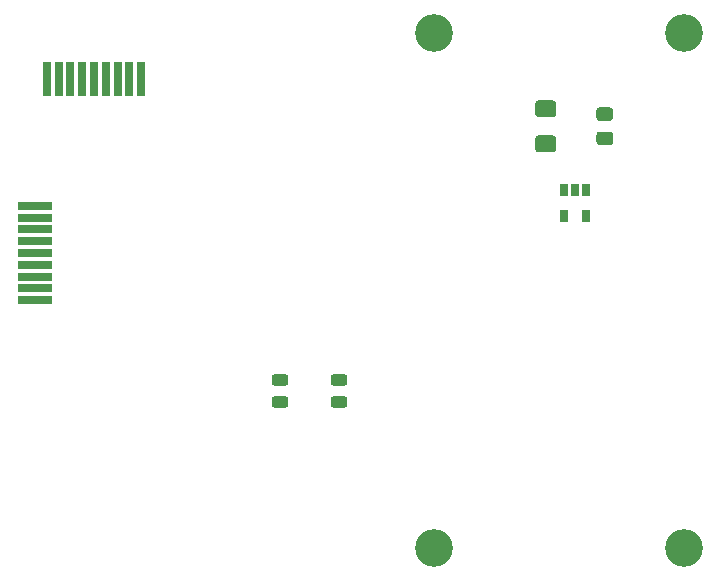
<source format=gbr>
G04 #@! TF.GenerationSoftware,KiCad,Pcbnew,5.1.6-c6e7f7d~86~ubuntu18.04.1*
G04 #@! TF.CreationDate,2020-05-28T19:09:28+01:00*
G04 #@! TF.ProjectId,polariser_drive,706f6c61-7269-4736-9572-5f6472697665,rev?*
G04 #@! TF.SameCoordinates,Original*
G04 #@! TF.FileFunction,Paste,Top*
G04 #@! TF.FilePolarity,Positive*
%FSLAX46Y46*%
G04 Gerber Fmt 4.6, Leading zero omitted, Abs format (unit mm)*
G04 Created by KiCad (PCBNEW 5.1.6-c6e7f7d~86~ubuntu18.04.1) date 2020-05-28 19:09:28*
%MOMM*%
%LPD*%
G01*
G04 APERTURE LIST*
%ADD10R,3.000000X0.700000*%
%ADD11R,0.700000X3.000000*%
%ADD12C,3.200000*%
%ADD13R,0.650000X1.060000*%
G04 APERTURE END LIST*
D10*
X55250000Y-113750000D03*
X55250000Y-112750000D03*
X55250000Y-111750000D03*
X55250000Y-110750000D03*
X55250000Y-109750000D03*
X55250000Y-108750000D03*
X55250000Y-107750000D03*
X55250000Y-106750000D03*
X55250000Y-105750000D03*
D11*
X56250000Y-95000000D03*
X57250000Y-95000000D03*
X58250000Y-95000000D03*
X59250000Y-95000000D03*
X60250000Y-95000000D03*
X61250000Y-95000000D03*
X62250000Y-95000000D03*
X63250000Y-95000000D03*
X64250000Y-95000000D03*
G36*
G01*
X99125000Y-98250000D02*
X97875000Y-98250000D01*
G75*
G02*
X97625000Y-98000000I0J250000D01*
G01*
X97625000Y-97075000D01*
G75*
G02*
X97875000Y-96825000I250000J0D01*
G01*
X99125000Y-96825000D01*
G75*
G02*
X99375000Y-97075000I0J-250000D01*
G01*
X99375000Y-98000000D01*
G75*
G02*
X99125000Y-98250000I-250000J0D01*
G01*
G37*
G36*
G01*
X99125000Y-101225000D02*
X97875000Y-101225000D01*
G75*
G02*
X97625000Y-100975000I0J250000D01*
G01*
X97625000Y-100050000D01*
G75*
G02*
X97875000Y-99800000I250000J0D01*
G01*
X99125000Y-99800000D01*
G75*
G02*
X99375000Y-100050000I0J-250000D01*
G01*
X99375000Y-100975000D01*
G75*
G02*
X99125000Y-101225000I-250000J0D01*
G01*
G37*
D12*
X110200000Y-91120000D03*
X89000000Y-91120000D03*
X89000000Y-134750000D03*
X110250000Y-134750000D03*
D13*
X101950000Y-106600000D03*
X100050000Y-106600000D03*
X100050000Y-104400000D03*
X101000000Y-104400000D03*
X101950000Y-104400000D03*
G36*
G01*
X76456250Y-122862500D02*
X75543750Y-122862500D01*
G75*
G02*
X75300000Y-122618750I0J243750D01*
G01*
X75300000Y-122131250D01*
G75*
G02*
X75543750Y-121887500I243750J0D01*
G01*
X76456250Y-121887500D01*
G75*
G02*
X76700000Y-122131250I0J-243750D01*
G01*
X76700000Y-122618750D01*
G75*
G02*
X76456250Y-122862500I-243750J0D01*
G01*
G37*
G36*
G01*
X76456250Y-120987500D02*
X75543750Y-120987500D01*
G75*
G02*
X75300000Y-120743750I0J243750D01*
G01*
X75300000Y-120256250D01*
G75*
G02*
X75543750Y-120012500I243750J0D01*
G01*
X76456250Y-120012500D01*
G75*
G02*
X76700000Y-120256250I0J-243750D01*
G01*
X76700000Y-120743750D01*
G75*
G02*
X76456250Y-120987500I-243750J0D01*
G01*
G37*
G36*
G01*
X81456250Y-122862500D02*
X80543750Y-122862500D01*
G75*
G02*
X80300000Y-122618750I0J243750D01*
G01*
X80300000Y-122131250D01*
G75*
G02*
X80543750Y-121887500I243750J0D01*
G01*
X81456250Y-121887500D01*
G75*
G02*
X81700000Y-122131250I0J-243750D01*
G01*
X81700000Y-122618750D01*
G75*
G02*
X81456250Y-122862500I-243750J0D01*
G01*
G37*
G36*
G01*
X81456250Y-120987500D02*
X80543750Y-120987500D01*
G75*
G02*
X80300000Y-120743750I0J243750D01*
G01*
X80300000Y-120256250D01*
G75*
G02*
X80543750Y-120012500I243750J0D01*
G01*
X81456250Y-120012500D01*
G75*
G02*
X81700000Y-120256250I0J-243750D01*
G01*
X81700000Y-120743750D01*
G75*
G02*
X81456250Y-120987500I-243750J0D01*
G01*
G37*
G36*
G01*
X103950001Y-98575000D02*
X103049999Y-98575000D01*
G75*
G02*
X102800000Y-98325001I0J249999D01*
G01*
X102800000Y-97674999D01*
G75*
G02*
X103049999Y-97425000I249999J0D01*
G01*
X103950001Y-97425000D01*
G75*
G02*
X104200000Y-97674999I0J-249999D01*
G01*
X104200000Y-98325001D01*
G75*
G02*
X103950001Y-98575000I-249999J0D01*
G01*
G37*
G36*
G01*
X103950001Y-100625000D02*
X103049999Y-100625000D01*
G75*
G02*
X102800000Y-100375001I0J249999D01*
G01*
X102800000Y-99724999D01*
G75*
G02*
X103049999Y-99475000I249999J0D01*
G01*
X103950001Y-99475000D01*
G75*
G02*
X104200000Y-99724999I0J-249999D01*
G01*
X104200000Y-100375001D01*
G75*
G02*
X103950001Y-100625000I-249999J0D01*
G01*
G37*
M02*

</source>
